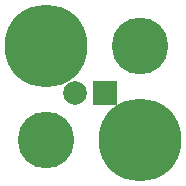
<source format=gbr>
G04 #@! TF.FileFunction,Soldermask,Top*
%FSLAX46Y46*%
G04 Gerber Fmt 4.6, Leading zero omitted, Abs format (unit mm)*
G04 Created by KiCad (PCBNEW (2015-08-15 BZR 6092)-product) date 1/30/2016 9:52:26 PM*
%MOMM*%
G01*
G04 APERTURE LIST*
%ADD10C,0.100000*%
%ADD11R,2.000000X2.000000*%
%ADD12C,2.000000*%
%ADD13C,7.000000*%
%ADD14C,4.800000*%
G04 APERTURE END LIST*
D10*
D11*
X164000000Y-105000000D03*
D12*
X161460000Y-105000000D03*
D13*
X159000000Y-101000000D03*
D14*
X167000000Y-101000000D03*
X159000000Y-109000000D03*
D13*
X167000000Y-109000000D03*
M02*

</source>
